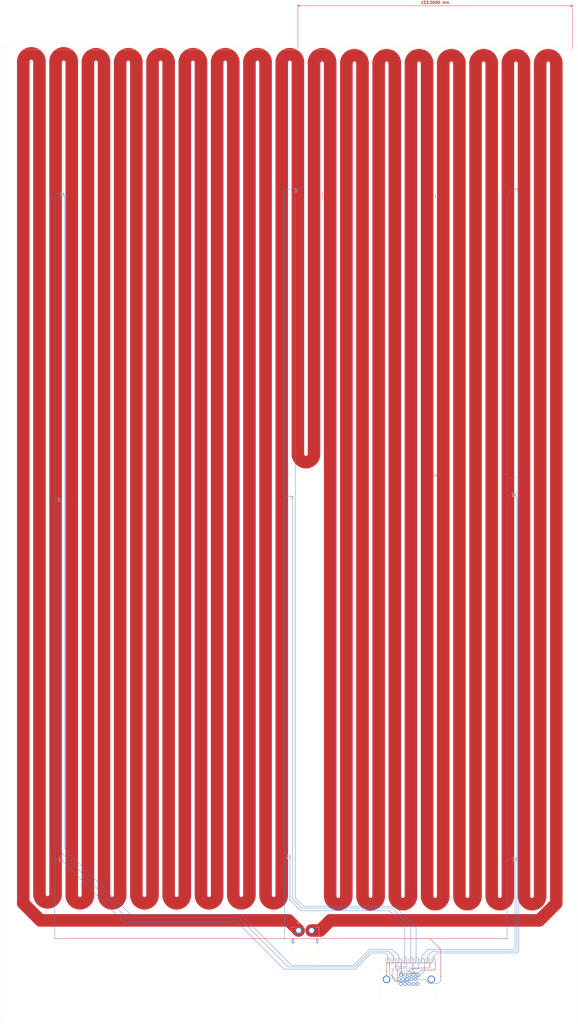
<source format=kicad_pcb>
(kicad_pcb (version 20241229) (generator "pcbnew") (generator_version "9.0")
  (layers (0 "F.Cu" signal) (2 "B.Cu" signal) (13 "F.Paste" user) (15 "B.Paste" user) (5 "F.SilkS" user "F.Silkscreen") (7 "B.SilkS" user "B.Silkscreen") (1 "F.Mask" user) (3 "B.Mask" user) (25 "Edge.Cuts" user))
  (net 0 "")
  (net 1 "24V")
  (net 3 "TH3")
  (net 4 "5V")
  (net 8 "TH7")
  (net 9 "GND")
  (net 10 "TH2")
  (net 11 "TH6")
  (net 12 "TH9")
  (net 13 "TH1")
  (net 14 "TH5")
  (net 15 "TH8")
  (net 16 "TH4")
  (net 17 "Return")
  (footprint "XT60PW-M:AMASS_XT60PW-M" (layer "F.Cu") (at 519.965 608 180)
    (property "Reference" "J1" (at -4.8236 -13.51498 0) (layer "F.SilkS") (effects (font (size 1.000441 1.000441))))
    (property "Value" "Conn_01x02_Pin")
    (fp_line (start 7.75 7.85) (end 7.75 -10.35) (stroke (width 0.127)) (layer "F.SilkS"))
    (fp_line (start 7.75 7.85) (end 5.778 7.85) (stroke (width 0.127)) (layer "F.SilkS"))
    (fp_line (start 7.75 -10.35) (end -7.75 -10.35) (stroke (width 0.127)) (layer "F.SilkS"))
    (fp_line (start 5.08 10.16) (end 3.81 10.16) (stroke (width 0.127)) (layer "F.SilkS"))
    (fp_line (start 3.81 10.16) (end 3.81 11.43) (stroke (width 0.127)) (layer "F.SilkS"))
    (fp_line (start 3.81 10.16) (end 3.81 8.89) (stroke (width 0.127)) (layer "F.SilkS"))
    (fp_line (start 2.54 10.16) (end 3.81 10.16) (stroke (width 0.127)) (layer "F.SilkS"))
    (fp_line (start -1.422 7.85) (end 1.422 7.85) (stroke (width 0.127)) (layer "F.SilkS"))
    (fp_line (start -7.75 7.85) (end -5.778 7.85) (stroke (width 0.127)) (layer "F.SilkS"))
    (fp_line (start -7.75 -10.35) (end -7.75 7.85) (stroke (width 0.127)) (layer "F.SilkS"))
    (pad "1" thru_hole rect (at 3.6 6 180) (size 3.716 3.716) (drill 2.7) (layers "*.Cu" "*.Mask") (net 1 "24V"))
    (pad "2" thru_hole circle (at -3.6 6 180) (size 3.716 3.716) (drill 2.7) (layers "*.Cu" "*.Mask") (net 17 "Return"))
    (pad "S1" thru_hole oval (at 6.75 0 180) (size 1.2 2.4) (drill oval 0.6 1.7) (layers "*.Cu" "*.Mask"))
    (pad "S2" thru_hole oval (at -6.75 0 180) (size 1.2 2.4) (drill oval 0.6 1.7) (layers "*.Cu" "*.Mask"))
  )
  (footprint "10090926_P154XLF:AMPHENOL_10090926-P154XLF" (layer "F.Cu") (at 577.81 629.19)
    (property "Reference" "J5" (at -15.99 -5.5 0) (layer "F.SilkS"))
    (property "Value" "10090926-P154XLF")
    (fp_line (start -15.405 -4.77) (end 15.405 -4.77) (stroke (width 0.127)) (layer "F.SilkS"))
    (fp_line (start -15.405 11.43) (end -15.405 -4.77) (stroke (width 0.127)) (layer "F.SilkS"))
    (fp_line (start 15.405 -4.77) (end 15.405 11.43) (stroke (width 0.127)) (layer "F.SilkS"))
    (fp_circle (center -4.465 -5.5) (end -4.365 -5.5) (stroke (width 0.2)) (fill no) (layer "F.SilkS"))
    (pad "1" thru_hole rect (at -4.33 -2.54) (size 1.95 1.95) (drill 1.3) (layers "*.Cu" "*.Mask") (net 13 "TH1"))
    (pad "2" thru_hole circle (at -2.04 -2.54) (size 1.95 1.95) (drill 1.3) (layers "*.Cu" "*.Mask") (net 10 "TH2"))
    (pad "3" thru_hole circle (at 0.25 -2.54) (size 1.95 1.95) (drill 1.3) (layers "*.Cu" "*.Mask") (net 3 "TH3"))
    (pad "4" thru_hole circle (at 2.54 -2.54) (size 1.95 1.95) (drill 1.3) (layers "*.Cu" "*.Mask") (net 16 "TH4"))
    (pad "5" thru_hole circle (at 4.83 -2.54) (size 1.95 1.95) (drill 1.3) (layers "*.Cu" "*.Mask") (net 14 "TH5"))
    (pad "6" thru_hole circle (at -5.47 0) (size 1.95 1.95) (drill 1.3) (layers "*.Cu" "*.Mask") (net 11 "TH6"))
    (pad "7" thru_hole circle (at -3.18 0) (size 1.95 1.95) (drill 1.3) (layers "*.Cu" "*.Mask") (net 8 "TH7"))
    (pad "8" thru_hole circle (at -0.89 0) (size 1.95 1.95) (drill 1.3) (layers "*.Cu" "*.Mask") (net 15 "TH8"))
    (pad "9" thru_hole circle (at 1.4 0) (size 1.95 1.95) (drill 1.3) (layers "*.Cu" "*.Mask") (net 12 "TH9"))
    (pad "10" thru_hole circle (at 3.69 0) (size 1.95 1.95) (drill 1.3) (layers "*.Cu" "*.Mask") (net 4 "5V"))
    (pad "11" thru_hole circle (at -4.33 2.54) (size 1.95 1.95) (drill 1.3) (layers "*.Cu" "*.Mask") (net 9 "GND"))
    (pad "12" thru_hole circle (at -2.04 2.54) (size 1.95 1.95) (drill 1.3) (layers "*.Cu" "*.Mask"))
    (pad "13" thru_hole circle (at 0.25 2.54) (size 1.95 1.95) (drill 1.3) (layers "*.Cu" "*.Mask"))
    (pad "14" thru_hole circle (at 2.54 2.54) (size 1.95 1.95) (drill 1.3) (layers "*.Cu" "*.Mask"))
    (pad "15" thru_hole circle (at 4.83 2.54) (size 1.95 1.95) (drill 1.3) (layers "*.Cu" "*.Mask"))
    (pad "S1" thru_hole circle (at -12.49 0) (size 4.216 4.216) (drill 3.2) (layers "*.Cu" "*.Mask") (net 9 "GND"))
    (pad "S2" thru_hole circle (at 12.5 0) (size 4.216 4.216) (drill 3.2) (layers "*.Cu" "*.Mask") (net 9 "GND"))
  )
  (footprint "Resistor_SMD:R_0402_1005Metric" (layer "B.Cu") (at 637.5 562.304998 -90)
    (property "Reference" "TH7" (at 0 1.17 90) (layer "B.SilkS") (effects (justify mirror)))
    (property "Value" "Thermistor_NTC")
    (fp_line (start -0.153641 0.38) (end 0.153641 0.38) (stroke (width 0.12)) (layer "B.SilkS"))
    (fp_line (start -0.153641 -0.38) (end 0.153641 -0.38) (stroke (width 0.12)) (layer "B.SilkS"))
    (pad "1" smd roundrect (at -0.51 0 270) (size 0.54 0.64) (layers "B.Cu" "B.Mask" "B.Paste") (net 4 "5V"))
    (pad "2" smd roundrect (at 0.51 0 270) (size 0.54 0.64) (layers "B.Cu" "B.Mask" "B.Paste") (net 8 "TH7"))
  )
  (footprint "Resistor_SMD:R_0402_1005Metric" (layer "B.Cu") (at 516 190 -90)
    (property "Reference" "TH2" (at 0 1.17 90) (layer "B.SilkS") (effects (justify mirror)))
    (property "Value" "Thermistor_NTC")
    (fp_line (start -0.153641 0.38) (end 0.153641 0.38) (stroke (width 0.12)) (layer "B.SilkS"))
    (fp_line (start -0.153641 -0.38) (end 0.153641 -0.38) (stroke (width 0.12)) (layer "B.SilkS"))
    (pad "1" smd roundrect (at -0.51 0 270) (size 0.54 0.64) (layers "B.Cu" "B.Mask" "B.Paste") (net 4 "5V"))
    (pad "2" smd roundrect (at 0.51 0 270) (size 0.54 0.64) (layers "B.Cu" "B.Mask" "B.Paste") (net 10 "TH2"))
  )
  (footprint "Resistor_SMD:R_0201_0603Metric" (layer "B.Cu") (at 569.135 618.345 -90)
    (property "Reference" "R8" (at 0 1.05 90) (layer "B.SilkS") (effects (justify mirror)))
    (property "Value" "6.8k")
    (pad "1" smd roundrect (at -0.32 0 270) (size 0.46 0.4) (layers "B.Cu" "B.Mask") (net 16 "TH4"))
    (pad "2" smd roundrect (at 0.32 0 270) (size 0.46 0.4) (layers "B.Cu" "B.Mask") (net 9 "GND"))
  )
  (footprint "Resistor_SMD:R_0402_1005Metric" (layer "B.Cu") (at 511.5 561 -90)
    (property "Reference" "TH8" (at 0 1.17 90) (layer "B.SilkS") (effects (justify mirror)))
    (property "Value" "Thermistor_NTC")
    (fp_line (start -0.153641 0.38) (end 0.153641 0.38) (stroke (width 0.12)) (layer "B.SilkS"))
    (fp_line (start -0.153641 -0.38) (end 0.153641 -0.38) (stroke (width 0.12)) (layer "B.SilkS"))
    (pad "1" smd roundrect (at -0.51 0 270) (size 0.54 0.64) (layers "B.Cu" "B.Mask" "B.Paste") (net 4 "5V"))
    (pad "2" smd roundrect (at 0.51 0 270) (size 0.54 0.64) (layers "B.Cu" "B.Mask" "B.Paste") (net 15 "TH8"))
  )
  (footprint "Resistor_SMD:R_0402_1005Metric" (layer "B.Cu") (at 637 359.5 -90)
    (property "Reference" "TH6" (at 0 1.17 90) (layer "B.SilkS") (effects (justify mirror)))
    (property "Value" "Thermistor_NTC")
    (fp_line (start -0.153641 0.38) (end 0.153641 0.38) (stroke (width 0.12)) (layer "B.SilkS"))
    (fp_line (start -0.153641 -0.38) (end 0.153641 -0.38) (stroke (width 0.12)) (layer "B.SilkS"))
    (pad "1" smd roundrect (at -0.51 0 270) (size 0.54 0.64) (layers "B.Cu" "B.Mask" "B.Paste") (net 4 "5V"))
    (pad "2" smd roundrect (at 0.51 0 270) (size 0.54 0.64) (layers "B.Cu" "B.Mask" "B.Paste") (net 11 "TH6"))
  )
  (footprint "Resistor_SMD:R_0402_1005Metric" (layer "B.Cu") (at 384 362.4025 -90)
    (property "Reference" "TH4" (at 0 1.17 90) (layer "B.SilkS") (effects (justify mirror)))
    (property "Value" "Thermistor_NTC")
    (fp_line (start -0.153641 0.38) (end 0.153641 0.38) (stroke (width 0.12)) (layer "B.SilkS"))
    (fp_line (start -0.153641 -0.38) (end 0.153641 -0.38) (stroke (width 0.12)) (layer "B.SilkS"))
    (pad "1" smd roundrect (at -0.51 0 270) (size 0.54 0.64) (layers "B.Cu" "B.Mask" "B.Paste") (net 4 "5V"))
    (pad "2" smd roundrect (at 0.51 0 270) (size 0.54 0.64) (layers "B.Cu" "B.Mask" "B.Paste") (net 16 "TH4"))
  )
  (footprint "Resistor_SMD:R_0201_0603Metric" (layer "B.Cu") (at 581.8 618.345 -90)
    (property "Reference" "R4" (at 0 1.05 90) (layer "B.SilkS") (effects (justify mirror)))
    (property "Value" "6.8k")
    (pad "1" smd roundrect (at -0.32 0 270) (size 0.46 0.4) (layers "B.Cu" "B.Mask") (net 10 "TH2"))
    (pad "2" smd roundrect (at 0.32 0 270) (size 0.46 0.4) (layers "B.Cu" "B.Mask") (net 9 "GND"))
  )
  (footprint "Resistor_SMD:R_0201_0603Metric" (layer "B.Cu") (at 565.98 618.345 -90)
    (property "Reference" "R9" (at 0 1.05 90) (layer "B.SilkS") (effects (justify mirror)))
    (property "Value" "6.8k")
    (pad "1" smd roundrect (at -0.32 0 270) (size 0.46 0.4) (layers "B.Cu" "B.Mask") (net 12 "TH9"))
    (pad "2" smd roundrect (at 0.32 0 270) (size 0.46 0.4) (layers "B.Cu" "B.Mask") (net 9 "GND"))
  )
  (footprint "Resistor_SMD:R_0201_0603Metric" (layer "B.Cu") (at 578.8 618.345 -90)
    (property "Reference" "R5" (at 0 1.05 90) (layer "B.SilkS") (effects (justify mirror)))
    (property "Value" "6.8k")
    (pad "1" smd roundrect (at -0.32 0 270) (size 0.46 0.4) (layers "B.Cu" "B.Mask") (net 14 "TH5"))
    (pad "2" smd roundrect (at 0.32 0 270) (size 0.46 0.4) (layers "B.Cu" "B.Mask") (net 9 "GND"))
  )
  (footprint "Resistor_SMD:R_0201_0603Metric" (layer "B.Cu") (at 575.48 618.345 -90)
    (property "Reference" "R6" (at 0 1.05 90) (layer "B.SilkS") (effects (justify mirror)))
    (property "Value" "6.8k")
    (pad "1" smd roundrect (at -0.32 0 270) (size 0.46 0.4) (layers "B.Cu" "B.Mask") (net 15 "TH8"))
    (pad "2" smd roundrect (at 0.32 0 270) (size 0.46 0.4) (layers "B.Cu" "B.Mask") (net 9 "GND"))
  )
  (footprint "Resistor_SMD:R_0402_1005Metric" (layer "B.Cu") (at 513 361 -90)
    (property "Reference" "TH5" (at 0 1.17 90) (layer "B.SilkS") (effects (justify mirror)))
    (property "Value" "Thermistor_NTC")
    (fp_line (start -0.153641 0.38) (end 0.153641 0.38) (stroke (width 0.12)) (layer "B.SilkS"))
    (fp_line (start -0.153641 -0.38) (end 0.153641 -0.38) (stroke (width 0.12)) (layer "B.SilkS"))
    (pad "1" smd roundrect (at -0.51 0 270) (size 0.54 0.64) (layers "B.Cu" "B.Mask" "B.Paste") (net 4 "5V"))
    (pad "2" smd roundrect (at 0.51 0 270) (size 0.54 0.64) (layers "B.Cu" "B.Mask" "B.Paste") (net 14 "TH5"))
  )
  (footprint "Resistor_SMD:R_0402_1005Metric" (layer "B.Cu") (at 384.5 562.402498 -90)
    (property "Reference" "TH9" (at 0 1.17 90) (layer "B.SilkS") (effects (justify mirror)))
    (property "Value" "Thermistor_NTC")
    (fp_line (start -0.153641 0.38) (end 0.153641 0.38) (stroke (width 0.12)) (layer "B.SilkS"))
    (fp_line (start -0.153641 -0.38) (end 0.153641 -0.38) (stroke (width 0.12)) (layer "B.SilkS"))
    (pad "1" smd roundrect (at -0.51 0 270) (size 0.54 0.64) (layers "B.Cu" "B.Mask" "B.Paste") (net 4 "5V"))
    (pad "2" smd roundrect (at 0.51 0 270) (size 0.54 0.64) (layers "B.Cu" "B.Mask" "B.Paste") (net 12 "TH9"))
  )
  (footprint "Resistor_SMD:R_0402_1005Metric" (layer "B.Cu") (at 385.5 192.304998 -90)
    (property "Reference" "TH1" (at 0 1.17 90) (layer "B.SilkS") (effects (justify mirror)))
    (property "Value" "Thermistor_NTC")
    (fp_line (start -0.153641 0.38) (end 0.153641 0.38) (stroke (width 0.12)) (layer "B.SilkS"))
    (fp_line (start -0.153641 -0.38) (end 0.153641 -0.38) (stroke (width 0.12)) (layer "B.SilkS"))
    (pad "1" smd roundrect (at -0.51 0 270) (size 0.54 0.64) (layers "B.Cu" "B.Mask" "B.Paste") (net 4 "5V"))
    (pad "2" smd roundrect (at 0.51 0 270) (size 0.54 0.64) (layers "B.Cu" "B.Mask" "B.Paste") (net 13 "TH1"))
  )
  (footprint "Resistor_SMD:R_0201_0603Metric" (layer "B.Cu") (at 572.29 618.345 -90)
    (property "Reference" "R7" (at 0 1.05 90) (layer "B.SilkS") (effects (justify mirror)))
    (property "Value" "6.8k")
    (pad "1" smd roundrect (at -0.32 0 270) (size 0.46 0.4) (layers "B.Cu" "B.Mask") (net 13 "TH1"))
    (pad "2" smd roundrect (at 0.32 0 270) (size 0.46 0.4) (layers "B.Cu" "B.Mask") (net 9 "GND"))
  )
  (footprint "Resistor_SMD:R_0201_0603Metric" (layer "B.Cu") (at 584.98 618.345 -90)
    (property "Reference" "R3" (at 0 1.05 90) (layer "B.SilkS") (effects (justify mirror)))
    (property "Value" "6.8k")
    (pad "1" smd roundrect (at -0.32 0 270) (size 0.46 0.4) (layers "B.Cu" "B.Mask") (net 8 "TH7"))
    (pad "2" smd roundrect (at 0.32 0 270) (size 0.46 0.4) (layers "B.Cu" "B.Mask") (net 9 "GND"))
  )
  (footprint "Resistor_SMD:R_0201_0603Metric" (layer "B.Cu") (at 591.3 618.345 -90)
    (property "Reference" "R1" (at 0 1.05 90) (layer "B.SilkS") (effects (justify mirror)))
    (property "Value" "6.8k")
    (pad "1" smd roundrect (at -0.32 0 270) (size 0.46 0.4) (layers "B.Cu" "B.Mask") (net 3 "TH3"))
    (pad "2" smd roundrect (at 0.32 0 270) (size 0.46 0.4) (layers "B.Cu" "B.Mask") (net 9 "GND"))
  )
  (footprint "Resistor_SMD:R_0402_1005Metric" (layer "B.Cu") (at 638.5 190 -90)
    (property "Reference" "TH3" (at 0 1.17 90) (layer "B.SilkS") (effects (justify mirror)))
    (property "Value" "Thermistor_NTC")
    (fp_line (start -0.153641 0.38) (end 0.153641 0.38) (stroke (width 0.12)) (layer "B.SilkS"))
    (fp_line (start -0.153641 -0.38) (end 0.153641 -0.38) (stroke (width 0.12)) (layer "B.SilkS"))
    (pad "1" smd roundrect (at -0.51 0 270) (size 0.54 0.64) (layers "B.Cu" "B.Mask" "B.Paste") (net 4 "5V"))
    (pad "2" smd roundrect (at 0.51 0 270) (size 0.54 0.64) (layers "B.Cu" "B.Mask" "B.Paste") (net 3 "TH3"))
  )
  (footprint "Resistor_SMD:R_0201_0603Metric" (layer "B.Cu") (at 588.16 618.345 -90)
    (property "Reference" "R2" (at 0 1.05 90) (layer "B.SilkS") (effects (justify mirror)))
    (property "Value" "6.8k")
    (pad "1" smd roundrect (at -0.32 0 270) (size 0.46 0.4) (layers "B.Cu" "B.Mask") (net 11 "TH6"))
    (pad "2" smd roundrect (at 0.32 0 270) (size 0.46 0.4) (layers "B.Cu" "B.Mask") (net 9 "GND"))
  )
  (gr_arc (start 560.95 119.38) (mid 565.45 114.88) (end 569.95 119.38) (stroke (width 7)) (layer "F.Cu") (net 1))
  (gr_arc (start 470.95 582.38) (mid 466.45 586.88) (end 461.95 582.38) (stroke (width 7)) (layer "F.Cu") (net 1))
  (gr_arc (start 380.95 118.88) (mid 385.45 114.38) (end 389.95 118.88) (stroke (width 7)) (layer "F.Cu") (net 1))
  (gr_arc (start 632.95 119.38) (mid 637.45 114.88) (end 641.95 119.38) (stroke (width 7)) (layer "F.Cu") (net 1))
  (gr_arc (start 524.95 118.88) (mid 529.45 114.38) (end 533.95 118.88) (stroke (width 7)) (layer "F.Cu") (net 1))
  (gr_arc (start 470.95 118.88) (mid 475.45 114.38) (end 479.95 118.88) (stroke (width 7)) (layer "F.Cu") (net 1))
  (gr_arc (start 488.95 118.88) (mid 493.45 114.38) (end 497.95 118.88) (stroke (width 7)) (layer "F.Cu") (net 1))
  (gr_arc (start 398.95 118.88) (mid 403.45 114.38) (end 407.95 118.88) (stroke (width 7)) (layer "F.Cu") (net 1))
  (gr_arc (start 632.95 119.38) (mid 637.45 114.88) (end 641.95 119.38) (stroke (width 7)) (layer "F.Cu") (net 1))
  (gr_arc (start 650.95 119.38) (mid 655.45 114.88) (end 659.95 119.38) (stroke (width 7)) (layer "F.Cu") (net 1))
  (gr_arc (start 560.95 582.88) (mid 556.45 587.38) (end 551.95 582.88) (stroke (width 7)) (layer "F.Cu") (net 1))
  (gr_arc (start 488.95 118.88) (mid 493.45 114.38) (end 497.95 118.88) (stroke (width 7)) (layer "F.Cu") (net 1))
  (gr_arc (start 434.95 118.88) (mid 439.45 114.38) (end 443.95 118.88) (stroke (width 7)) (layer "F.Cu") (net 1))
  (gr_arc (start 380.95 581.88) (mid 376.45 586.38) (end 371.95 581.88) (stroke (width 7)) (layer "F.Cu") (net 1))
  (gr_arc (start 362.95 118.38) (mid 367.45 113.88) (end 371.95 118.38) (stroke (width 7)) (layer "F.Cu") (net 1))
  (gr_arc (start 416.95 118.88) (mid 421.45 114.38) (end 425.95 118.88) (stroke (width 7)) (layer "F.Cu") (net 1))
  (gr_arc (start 416.95 582.38) (mid 412.45 586.88) (end 407.95 582.38) (stroke (width 7)) (layer "F.Cu") (net 1))
  (gr_arc (start 614.95 582.88) (mid 610.45 587.38) (end 605.95 582.88) (stroke (width 7)) (layer "F.Cu") (net 1))
  (gr_arc (start 398.95 582.38) (mid 394.45 586.88) (end 389.95 582.38) (stroke (width 7)) (layer "F.Cu") (net 1))
  (gr_arc (start 380.95 118.38) (mid 385.45 113.88) (end 389.95 118.38) (stroke (width 7)) (layer "F.Cu") (net 1))
  (gr_arc (start 434.95 118.88) (mid 439.45 114.38) (end 443.95 118.88) (stroke (width 7)) (layer "F.Cu") (net 1))
  (gr_arc (start 632.95 582.88) (mid 628.45 587.38) (end 623.95 582.88) (stroke (width 7)) (layer "F.Cu") (net 1))
  (gr_arc (start 506.95 118.88) (mid 511.45 114.38) (end 515.95 118.88) (stroke (width 7)) (layer "F.Cu") (net 1))
  (gr_arc (start 506.95 582.38) (mid 502.45 586.88) (end 497.95 582.38) (stroke (width 7)) (layer "F.Cu") (net 1))
  (gr_arc (start 578.95 582.88) (mid 574.45 587.38) (end 569.95 582.88) (stroke (width 7)) (layer "F.Cu") (net 1))
  (gr_arc (start 614.95 119.38) (mid 619.45 114.88) (end 623.95 119.38) (stroke (width 7)) (layer "F.Cu") (net 1))
  (gr_arc (start 434.95 582.38) (mid 430.45 586.88) (end 425.95 582.38) (stroke (width 7)) (layer "F.Cu") (net 1))
  (gr_arc (start 524.95 119.38) (mid 529.45 114.88) (end 533.95 119.38) (stroke (width 7)) (layer "F.Cu") (net 1))
  (gr_arc (start 542.95 119.38) (mid 547.45 114.88) (end 551.95 119.38) (stroke (width 7)) (layer "F.Cu") (net 1))
  (gr_arc (start 542.95 582.88) (mid 538.45 587.38) (end 533.95 582.88) (stroke (width 7)) (layer "F.Cu") (net 1))
  (gr_arc (start 542.95 119.38) (mid 547.45 114.88) (end 551.95 119.38) (stroke (width 7)) (layer "F.Cu") (net 1))
  (gr_arc (start 452.95 582.38) (mid 448.45 586.88) (end 443.95 582.38) (stroke (width 7)) (layer "F.Cu") (net 1))
  (gr_arc (start 398.95 118.88) (mid 403.45 114.38) (end 407.95 118.88) (stroke (width 7)) (layer "F.Cu") (net 1))
  (gr_arc (start 578.95 119.38) (mid 583.45 114.88) (end 587.95 119.38) (stroke (width 7)) (layer "F.Cu") (net 1))
  (gr_arc (start 578.95 119.38) (mid 583.45 114.88) (end 587.95 119.38) (stroke (width 7)) (layer "F.Cu") (net 1))
  (gr_arc (start 452.95 118.88) (mid 457.45 114.38) (end 461.95 118.88) (stroke (width 7)) (layer "F.Cu") (net 1))
  (gr_arc (start 470.95 118.88) (mid 475.45 114.38) (end 479.95 118.88) (stroke (width 7)) (layer "F.Cu") (net 1))
  (gr_arc (start 416.95 118.88) (mid 421.45 114.38) (end 425.95 118.88) (stroke (width 7)) (layer "F.Cu") (net 1))
  (gr_arc (start 596.95 582.88) (mid 592.45 587.38) (end 587.95 582.88) (stroke (width 7)) (layer "F.Cu") (net 1))
  (gr_arc (start 488.95 582.38) (mid 484.45 586.88) (end 479.95 582.38) (stroke (width 7)) (layer "F.Cu") (net 1))
  (gr_arc (start 506.95 118.88) (mid 511.45 114.38) (end 515.95 118.88) (stroke (width 7)) (layer "F.Cu") (net 1))
  (gr_arc (start 524.95 336.88) (mid 520.45 341.38) (end 515.95 336.88) (stroke (width 7)) (layer "F.Cu") (net 1))
  (gr_arc (start 452.95 118.88) (mid 457.45 114.38) (end 461.95 118.88) (stroke (width 7)) (layer "F.Cu") (net 1))
  (gr_arc (start 596.95 119.38) (mid 601.45 114.88) (end 605.95 119.38) (stroke (width 7)) (layer "F.Cu") (net 1))
  (gr_arc (start 560.95 119.38) (mid 565.45 114.88) (end 569.95 119.38) (stroke (width 7)) (layer "F.Cu") (net 1))
  (gr_arc (start 614.95 119.38) (mid 619.45 114.88) (end 623.95 119.38) (stroke (width 7)) (layer "F.Cu") (net 1))
  (gr_arc (start 596.95 119.38) (mid 601.45 114.88) (end 605.95 119.38) (stroke (width 7)) (layer "F.Cu") (net 1))
  (gr_arc (start 650.95 119.38) (mid 655.45 114.88) (end 659.95 119.38) (stroke (width 7)) (layer "F.Cu") (net 1))
  (gr_arc (start 650.95 582.88) (mid 646.45 587.38) (end 641.95 582.88) (stroke (width 7)) (layer "F.Cu") (net 1))
  (gr_line (start 668.95 111.88) (end 362.95 111.88) (stroke (width 0.1)) (layer "F.SilkS"))
  (gr_rect (start 350 110) (end 672 654) (stroke (width 0.05)) (fill no) (layer "Edge.Cuts"))
  (dimension (type aligned) (layer "F.Cu") (pts (xy 668.95 111.88) (xy 515.95 111.88)) (height 24.499999) (format (prefix "") (suffix "") (units 3) (units_format 1) (precision 4)) (style (thickness 0.2) (arrow_length 1.27) (text_position_mode 0) (arrow_direction outward) (extension_height 0.58642) (extension_offset 0.5) (keep_text_aligned yes)) (gr_text "153.0000 mm" (at 592.45 85.580001 0) (layer "F.Cu") (effects (font (size 1.5 1.5) (thickness 0.3)))))
  (segment (start 641.95 582.88) (end 641.95 119.88) (width 7) (layer "F.Cu") (net 1))
  (segment (start 425.95 582.38) (end 425.95 119.38) (width 7) (layer "F.Cu") (net 1))
  (segment (start 585 596.38) (end 534 596.38) (width 7) (layer "F.Cu") (net 1))
  (segment (start 380.95 581.88) (end 380.95 118.88) (width 7) (layer "F.Cu") (net 1))
  (segment (start 614.95 582.88) (end 614.95 119.88) (width 7) (layer "F.Cu") (net 1))
  (segment (start 578.95 582.88) (end 578.95 119.88) (width 7) (layer "F.Cu") (net 1))
  (segment (start 605.95 582.88) (end 605.95 119.88) (width 7) (layer "F.Cu") (net 1))
  (segment (start 372.45 596.38) (end 510.745 596.38) (width 7) (layer "F.Cu") (net 1))
  (segment (start 528.38 602) (end 523.565 602) (width 7) (layer "F.Cu") (net 1))
  (segment (start 479.95 582.38) (end 479.95 119.38) (width 7) (layer "F.Cu") (net 1))
  (segment (start 362.95 586.88) (end 372.45 596.38) (width 7) (layer "F.Cu") (net 1))
  (segment (start 461.95 582.38) (end 461.95 119.38) (width 7) (layer "F.Cu") (net 1))
  (segment (start 434.95 582.38) (end 434.95 119.38) (width 7) (layer "F.Cu") (net 1))
  (segment (start 569.95 582.88) (end 569.95 119.88) (width 7) (layer "F.Cu") (net 1))
  (segment (start 506.95 582.38) (end 506.95 119.38) (width 7) (layer "F.Cu") (net 1))
  (segment (start 452.95 582.38) (end 452.95 119.38) (width 7) (layer "F.Cu") (net 1))
  (segment (start 560.95 582.88) (end 560.95 119.88) (width 7) (layer "F.Cu") (net 1))
  (segment (start 362.95 118.88) (end 362.95 586.88) (width 7) (layer "F.Cu") (net 1))
  (segment (start 659.95 584.88) (end 659.95 120.88) (width 7) (layer "F.Cu") (net 1))
  (segment (start 510.745 596.38) (end 516.365 602) (width 7) (layer "F.Cu") (net 1))
  (segment (start 524.95 119.38) (end 524.95 336.38) (width 7) (layer "F.Cu") (net 1))
  (segment (start 650.95 582.88) (end 650.95 119.88) (width 7) (layer "F.Cu") (net 1))
  (segment (start 443.95 582.38) (end 443.95 119.38) (width 7) (layer "F.Cu") (net 1))
  (segment (start 533.95 582.88) (end 533.95 119.88) (width 7) (layer "F.Cu") (net 1))
  (segment (start 497.95 582.38) (end 497.95 119.38) (width 7) (layer "F.Cu") (net 1))
  (segment (start 650.45 596.38) (end 585 596.38) (width 7) (layer "F.Cu") (net 1))
  (segment (start 371.95 581.88) (end 371.95 118.88) (width 7) (layer "F.Cu") (net 1))
  (segment (start 488.95 582.38) (end 488.95 119.38) (width 7) (layer "F.Cu") (net 1))
  (segment (start 398.95 582.38) (end 398.95 119.38) (width 7) (layer "F.Cu") (net 1))
  (segment (start 516.365 602) (end 517.635 602) (width 0.2) (layer "F.Cu") (net 1))
  (segment (start 659.95 586.88) (end 650.45 596.38) (width 7) (layer "F.Cu") (net 1))
  (segment (start 551.95 582.88) (end 551.95 119.88) (width 7) (layer "F.Cu") (net 1))
  (segment (start 596.95 582.88) (end 596.95 119.88) (width 7) (layer "F.Cu") (net 1))
  (segment (start 632.95 582.88) (end 632.95 119.88) (width 7) (layer "F.Cu") (net 1))
  (segment (start 587.95 582.88) (end 587.95 119.88) (width 7) (layer "F.Cu") (net 1))
  (segment (start 416.95 582.38) (end 416.95 119.38) (width 7) (layer "F.Cu") (net 1))
  (segment (start 534 596.38) (end 528.38 602) (width 7) (layer "F.Cu") (net 1))
  (segment (start 515.95 118.88) (end 515.95 336.38) (width 7) (layer "F.Cu") (net 1))
  (segment (start 470.95 582.38) (end 470.95 119.38) (width 7) (layer "F.Cu") (net 1))
  (segment (start 523.565 602) (end 523.985 602) (width 0.2) (layer "F.Cu") (net 1))
  (segment (start 407.95 582.38) (end 407.95 119.38) (width 7) (layer "F.Cu") (net 1))
  (segment (start 389.95 582.38) (end 389.95 119.38) (width 7) (layer "F.Cu") (net 1))
  (segment (start 623.95 582.88) (end 623.95 119.88) (width 7) (layer "F.Cu") (net 1))
  (segment (start 542.95 582.88) (end 542.95 119.88) (width 7) (layer "F.Cu") (net 1))
  (segment (start 592 624) (end 585.5 624) (width 0.2) (layer "F.Cu") (net 3))
  (segment (start 592.5 621) (end 592.5 623.5) (width 0.2) (layer "F.Cu") (net 3))
  (segment (start 592.5 623.5) (end 592 624) (width 0.2) (layer "F.Cu") (net 3))
  (via (at 592.5 621) (size 0.6) (drill 0.3) (layers "F.Cu" "B.Cu") (net 3))
  (via (at 585.5 624) (size 0.6) (drill 0.3) (layers "F.Cu" "B.Cu") (net 3))
  (segment (start 638.1342 614.5) (end 593.5 614.5) (width 0.2) (layer "B.Cu") (net 3))
  (segment (start 591.3 616.7) (end 591.3 617) (width 0.2) (layer "B.Cu") (net 3))
  (segment (start 585 624) (end 585.5 624) (width 0.2) (layer "B.Cu") (net 3))
  (segment (start 579.336 625.374) (end 583.626 625.374) (width 0.2) (layer "B.Cu") (net 3))
  (segment (start 593.5 614.5) (end 591.3 616.7) (width 0.2) (layer "B.Cu") (net 3))
  (segment (start 591.3 617) (end 591.3 618.025) (width 0.2) (layer "B.Cu") (net 3))
  (segment (start 638.5 190.51) (end 639 191.01) (width 0.2) (layer "B.Cu") (net 3))
  (segment (start 639 191.01) (end 639 613.6342) (width 0.2) (layer "B.Cu") (net 3))
  (segment (start 583.626 625.374) (end 585 624) (width 0.2) (layer "B.Cu") (net 3))
  (segment (start 639 613.6342) (end 638.1342 614.5) (width 0.2) (layer "B.Cu") (net 3))
  (segment (start 578.06 626.65) (end 579.336 625.374) (width 0.2) (layer "B.Cu") (net 3))
  (segment (start 592.5 621) (end 592.5 618.2) (width 0.2) (layer "B.Cu") (net 3))
  (segment (start 592.5 618.2) (end 591.3 617) (width 0.2) (layer "B.Cu") (net 3))
  (segment (start 508.501 606.499) (end 508.5 606.5) (width 0.2) (layer "F.Cu") (net 4))
  (segment (start 595.5 612.5) (end 589.499 606.499) (width 0.2) (layer "F.Cu") (net 4))
  (segment (start 508.499 606.499) (end 380.5 606.499) (width 0.2) (layer "F.Cu") (net 4))
  (segment (start 589.499 606.499) (end 574.499 606.499) (width 0.2) (layer "F.Cu") (net 4))
  (segment (start 595.5 627.5) (end 595.5 612.5) (width 0.2) (layer "F.Cu") (net 4))
  (segment (start 574.499 606.499) (end 508.501 606.499) (width 0.2) (layer "F.Cu") (net 4))
  (segment (start 508.5 606.5) (end 508.499 606.499) (width 0.2) (layer "F.Cu") (net 4))
  (segment (start 574.499 606.499) (end 632.5 606.499) (width 0.2) (layer "F.Cu") (net 4))
  (via (at 380.5 606.499) (size 0.6) (drill 0.3) (layers "F.Cu" "B.Cu") (net 4))
  (via (at 595.5 627.5) (size 0.6) (drill 0.3) (layers "F.Cu" "B.Cu") (net 4))
  (via (at 508.5 606.5) (size 0.6) (drill 0.3) (layers "F.Cu" "B.Cu") (net 4))
  (via (at 632.5 606.499) (size 0.6) (drill 0.3) (layers "F.Cu" "B.Cu") (net 4))
  (segment (start 382.6075 361.8925) (end 384 361.8925) (width 0.2) (layer "B.Cu") (net 4))
  (segment (start 508.5 189.5) (end 513 189.5) (width 0.2) (layer "B.Cu") (net 4))
  (segment (start 381.705002 191.794998) (end 385.5 191.794998) (width 0.2) (layer "B.Cu") (net 4))
  (segment (start 508.51 360.49) (end 513 360.49) (width 0.2) (layer "B.Cu") (net 4))
  (segment (start 380.5 606.499) (end 380.5 563) (width 0.2) (layer "B.Cu") (net 4))
  (segment (start 586.903159 629.19) (end 589.312159 631.599) (width 0.2) (layer "B.Cu") (net 4))
  (segment (start 593.901 631.599) (end 595.5 630) (width 0.2) (layer "B.Cu") (net 4))
  (segment (start 634.01 358.99) (end 632.5 360.5) (width 0.2) (layer "B.Cu") (net 4))
  (segment (start 632.5 194.5) (end 632.5 193) (width 0.2) (layer "B.Cu") (net 4))
  (segment (start 632.5 194.5) (end 632.5 350) (width 0.2) (layer "B.Cu") (net 4))
  (segment (start 508.5 360.5) (end 508.5 189.5) (width 0.2) (layer "B.Cu") (net 4))
  (segment (start 380.5 563) (end 380.5 363.5) (width 0.2) (layer "B.Cu") (net 4))
  (segment (start 632.5 565) (end 632.5 563) (width 0.2) (layer "B.Cu") (net 4))
  (segment (start 380.5 363.5) (end 381 363.5) (width 0.2) (layer "B.Cu") (net 4))
  (segment (start 380.5 363.5) (end 380.5 193) (width 0.2) (layer "B.Cu") (net 4))
  (segment (start 633.705002 561.794998) (end 637.5 561.794998) (width 0.2) (layer "B.Cu") (net 4))
  (segment (start 382.107502 561.892498) (end 384.5 561.892498) (width 0.2) (layer "B.Cu") (net 4))
  (segment (start 632.5 565) (end 632.5 360.5) (width 0.2) (layer "B.Cu") (net 4))
  (segment (start 637 358.99) (end 634.01 358.99) (width 0.2) (layer "B.Cu") (net 4))
  (segment (start 380.5 193) (end 381.705002 191.794998) (width 0.2) (layer "B.Cu") (net 4))
  (segment (start 508.5 606.5) (end 508.5 360.5) (width 0.2) (layer "B.Cu") (net 4))
  (segment (start 589.312159 631.599) (end 593.901 631.599) (width 0.2) (layer "B.Cu") (net 4))
  (segment (start 632.5 563) (end 633.705002 561.794998) (width 0.2) (layer "B.Cu") (net 4))
  (segment (start 632.5 193) (end 636.01 189.49) (width 0.2) (layer "B.Cu") (net 4))
  (segment (start 508.5 360.5) (end 508.51 360.49) (width 0.2) (layer "B.Cu") (net 4))
  (segment (start 381 563) (end 382.107502 561.892498) (width 0.2) (layer "B.Cu") (net 4))
  (segment (start 581.5 629.19) (end 586.903159 629.19) (width 0.2) (layer "B.Cu") (net 4))
  (segment (start 595.5 630) (end 595.5 627.5) (width 0.2) (layer "B.Cu") (net 4))
  (segment (start 636.01 189.49) (end 638.5 189.49) (width 0.2) (layer "B.Cu") (net 4))
  (segment (start 513.01 189.49) (end 516 189.49) (width 0.2) (layer "B.Cu") (net 4))
  (segment (start 632.5 360.5) (end 632.5 194.5) (width 0.2) (layer "B.Cu") (net 4))
  (segment (start 381 363.5) (end 382.6075 361.8925) (width 0.2) (layer "B.Cu") (net 4))
  (segment (start 513 189.5) (end 513.01 189.49) (width 0.2) (layer "B.Cu") (net 4))
  (segment (start 632.5 606.499) (end 632.5 565) (width 0.2) (layer "B.Cu") (net 4))
  (segment (start 380.5 563) (end 381 563) (width 0.2) (layer "B.Cu") (net 4))
  (segment (start 632.5 350) (end 637.5 350) (width 0.2) (layer "B.Cu") (net 4))
  (segment (start 574.63 629.19) (end 574.144537 629.19) (width 0.2) (layer "F.Cu") (net 8))
  (segment (start 584.98 617) (end 584.98 618.025) (width 0.2) (layer "B.Cu") (net 8))
  (segment (start 578.681463 627.914) (end 579.809463 627.914) (width 0.2) (layer "B.Cu") (net 8))
  (segment (start 576.391463 627.914) (end 577.519463 627.914) (width 0.2) (layer "B.Cu") (net 8))
  (segment (start 579.821463 627.926) (end 580.959463 627.926) (width 0.2) (layer "B.Cu") (net 8))
  (segment (start 636 612.5) (end 588.748706 612.5) (width 0.2) (layer "B.Cu") (net 8))
  (segment (start 574.63 629.19) (end 575.115463 629.19) (width 0.2) (layer "B.Cu") (net 8))
  (segment (start 582.111463 627.926) (end 583.168537 627.926) (width 0.2) (layer "B.Cu") (net 8))
  (segment (start 586.5 618.52) (end 584.98 617) (width 0.2) (layer "B.Cu") (net 8))
  (segment (start 580.971463 627.914) (end 582.028537 627.914) (width 0.2) (layer "B.Cu") (net 8))
  (segment (start 575.115463 629.19) (end 576.391463 627.914) (width 0.2) (layer "B.Cu") (net 8))
  (segment (start 584.98 616.268706) (end 584.98 617) (width 0.2) (layer "B.Cu") (net 8))
  (segment (start 577.519463 627.914) (end 577.605463 628) (width 0.2) (layer "B.Cu") (net 8))
  (segment (start 588.748706 612.5) (end 584.98 616.268706) (width 0.2) (layer "B.Cu") (net 8))
  (segment (start 580.959463 627.926) (end 580.971463 627.914) (width 0.2) (layer "B.Cu") (net 8))
  (segment (start 582.028537 627.914) (end 582.076 627.961463) (width 0.2) (layer "B.Cu") (net 8))
  (segment (start 578.595463 628) (end 578.681463 627.914) (width 0.2) (layer "B.Cu") (net 8))
  (segment (start 582.076 627.961463) (end 582.111463 627.926) (width 0.2) (layer "B.Cu") (net 8))
  (segment (start 586.5 624.594537) (end 586.5 618.52) (width 0.2) (layer "B.Cu") (net 8))
  (segment (start 583.168537 627.926) (end 586.5 624.594537) (width 0.2) (layer "B.Cu") (net 8))
  (segment (start 579.809463 627.914) (end 579.821463 627.926) (width 0.2) (layer "B.Cu") (net 8))
  (segment (start 637.5 562.814998) (end 637 563.314998) (width 0.2) (layer "B.Cu") (net 8))
  (segment (start 577.605463 628) (end 578.595463 628) (width 0.2) (layer "B.Cu") (net 8))
  (segment (start 637 563.314998) (end 637 611.5) (width 0.2) (layer "B.Cu") (net 8))
  (segment (start 637 611.5) (end 636 612.5) (width 0.2) (layer "B.Cu") (net 8))
  (segment (start 565.32 620.18) (end 565.32 629.19) (width 0.2) (layer "F.Cu") (net 9))
  (segment (start 565.5 620) (end 565.32 620.18) (width 0.2) (layer "F.Cu") (net 9))
  (segment (start 590.5 620) (end 565.5 620) (width 0.2) (layer "F.Cu") (net 9))
  (segment (start 590.5 620) (end 590.31 620.19) (width 0.2) (layer "F.Cu") (net 9))
  (segment (start 590.31 629.19) (end 590.32 629.19) (width 0.2) (layer "F.Cu") (net 9))
  (via (at 587.5 620) (size 0.6) (drill 0.3) (layers "F.Cu" "B.Cu") (net 9))
  (via (at 584 620) (size 0.6) (drill 0.3) (layers "F.Cu" "B.Cu") (net 9))
  (via (at 565.5 620) (size 0.6) (drill 0.3) (layers "F.Cu" "B.Cu") (net 9))
  (via (at 578 620) (size 0.6) (drill 0.3) (layers "F.Cu" "B.Cu") (net 9))
  (via (at 590.5 620) (size 0.6) (drill 0.3) (layers "F.Cu" "B.Cu") (net 9))
  (via (at 571.5 620) (size 0.6) (drill 0.3) (layers "F.Cu" "B.Cu") (net 9))
  (via (at 575 620) (size 0.6) (drill 0.3) (layers "F.Cu" "B.Cu") (net 9))
  (via (at 568.5 620) (size 0.6) (drill 0.3) (layers "F.Cu" "B.Cu") (net 9))
  (via (at 581 620) (size 0.6) (drill 0.3) (layers "F.Cu" "B.Cu") (net 9))
  (segment (start 572.29 619.21) (end 571.5 620) (width 0.2) (layer "B.Cu") (net 9))
  (segment (start 588.16 619.34) (end 587.5 620) (width 0.2) (layer "B.Cu") (net 9))
  (segment (start 575.48 618.665) (end 575.48 619.52) (width 0.2) (layer "B.Cu") (net 9))
  (segment (start 581.8 618.665) (end 581.8 619.2) (width 0.2) (layer "B.Cu") (net 9))
  (segment (start 572.29 618.665) (end 572.29 619.21) (width 0.2) (layer "B.Cu") (net 9))
  (segment (start 565.98 619.52) (end 565.5 620) (width 0.2) (layer "B.Cu") (net 9))
  (segment (start 565.98 618.665) (end 565.98 619.52) (width 0.2) (layer "B.Cu") (net 9))
  (segment (start 591.3 618.665) (end 591.3 619.2) (width 0.2) (layer "B.Cu") (net 9))
  (segment (start 581.8 619.2) (end 581 620) (width 0.2) (layer "B.Cu") (net 9))
  (segment (start 578.8 618.665) (end 578.8 619.2) (width 0.2) (layer "B.Cu") (net 9))
  (segment (start 584.98 619.02) (end 584 620) (width 0.2) (layer "B.Cu") (net 9))
  (segment (start 578.8 619.2) (end 578 620) (width 0.2) (layer "B.Cu") (net 9))
  (segment (start 569.135 619.365) (end 568.5 620) (width 0.2) (layer "B.Cu") (net 9))
  (segment (start 569.135 618.665) (end 569.135 619.365) (width 0.2) (layer "B.Cu") (net 9))
  (segment (start 588.16 618.665) (end 588.16 619.34) (width 0.2) (layer "B.Cu") (net 9))
  (segment (start 591.3 619.2) (end 590.5 620) (width 0.2) (layer "B.Cu") (net 9))
  (segment (start 575.48 619.52) (end 575 620) (width 0.2) (layer "B.Cu") (net 9))
  (segment (start 584.98 618.665) (end 584.98 619.02) (width 0.2) (layer "B.Cu") (net 9))
  (segment (start 570 588.5) (end 581.8 600.3) (width 0.2) (layer "B.Cu") (net 10))
  (segment (start 514.5 192.01) (end 514.5 584) (width 0.2) (layer "B.Cu") (net 10))
  (segment (start 583 617.7) (end 583 623.5) (width 0.2) (layer "B.Cu") (net 10))
  (segment (start 578.92 623.5) (end 575.77 626.65) (width 0.2) (layer "B.Cu") (net 10))
  (segment (start 581.8 616.5) (end 581.8 618.025) (width 0.2) (layer "B.Cu") (net 10))
  (segment (start 581.8 600.3) (end 581.8 616.5) (width 0.2) (layer "B.Cu") (net 10))
  (segment (start 516 190.51) (end 514.5 192.01) (width 0.2) (layer "B.Cu") (net 10))
  (segment (start 581.8 616.5) (end 583 617.7) (width 0.2) (layer "B.Cu") (net 10))
  (segment (start 583 623.5) (end 578.92 623.5) (width 0.2) (layer "B.Cu") (net 10))
  (segment (start 514.5 584) (end 519 588.5) (width 0.2) (layer "B.Cu") (net 10))
  (segment (start 519 588.5) (end 570 588.5) (width 0.2) (layer "B.Cu") (net 10))
  (segment (start 589.101 622.899) (end 589.5 622.5) (width 0.2) (layer "F.Cu") (net 11))
  (segment (start 589.5 622.5) (end 589.5 621) (width 0.2) (layer "F.Cu") (net 11))
  (segment (start 580.899 622.899) (end 589.101 622.899) (width 0.2) (layer "F.Cu") (net 11))
  (via (at 580.899 622.899) (size 0.6) (drill 0.3) (layers "F.Cu" "B.Cu") (net 11))
  (via (at 589.5 621) (size 0.6) (drill 0.3) (layers "F.Cu" "B.Cu") (net 11))
  (segment (start 573.002 622.899) (end 580.899 622.899) (width 0.2) (layer "B.Cu") (net 11))
  (segment (start 573 622.901) (end 573.002 622.899) (width 0.2) (layer "B.Cu") (net 11))
  (segment (start 591 613.5) (end 588.16 616.34) (width 0.2) (layer "B.Cu") (net 11))
  (segment (start 573 622.901) (end 573.249057 622.901) (width 0.2) (layer "B.Cu") (net 11))
  (segment (start 588.16 617) (end 589.5 618.34) (width 0.2) (layer "B.Cu") (net 11))
  (segment (start 638.121 563.379) (end 638.121 561.344998) (width 0.2) (layer "B.Cu") (net 11))
  (segment (start 571.365 628.215) (end 571.365 623.635) (width 0.2) (layer "B.Cu") (net 11))
  (segment (start 638.121 561.344998) (end 638 561.223998) (width 0.2) (layer "B.Cu") (net 11))
  (segment (start 588.16 617) (end 588.16 618.025) (width 0.2) (layer "B.Cu") (net 11))
  (segment (start 572.34 629.19) (end 571.365 628.215) (width 0.2) (layer "B.Cu") (net 11))
  (segment (start 638 563.5) (end 638 612.5) (width 0.2) (layer "B.Cu") (net 11))
  (segment (start 638 612.5) (end 637 613.5) (width 0.2) (layer "B.Cu") (net 11))
  (segment (start 638 561.223998) (end 638 361.01) (width 0.2) (layer "B.Cu") (net 11))
  (segment (start 638 563.385998) (end 638 563.5) (width 0.2) (layer "B.Cu") (net 11))
  (segment (start 588.16 616.34) (end 588.16 617) (width 0.2) (layer "B.Cu") (net 11))
  (segment (start 637 613.5) (end 591 613.5) (width 0.2) (layer "B.Cu") (net 11))
  (segment (start 589.5 618.34) (end 589.5 621) (width 0.2) (layer "B.Cu") (net 11))
  (segment (start 638 563.5) (end 638.121 563.379) (width 0.2) (layer "B.Cu") (net 11))
  (segment (start 572.099 622.901) (end 573 622.901) (width 0.2) (layer "B.Cu") (net 11))
  (segment (start 571.365 623.635) (end 572.099 622.901) (width 0.2) (layer "B.Cu") (net 11))
  (segment (start 638 361.01) (end 637 360.01) (width 0.2) (layer "B.Cu") (net 11))
  (segment (start 578.724537 629.19) (end 579.21 629.19) (width 0.2) (layer "F.Cu") (net 12))
  (segment (start 574.089463 630.454) (end 574.101463 630.466) (width 0.2) (layer "F.Cu") (net 12))
  (segment (start 575.170537 630.454) (end 576.298537 630.454) (width 0.2) (layer "F.Cu") (net 12))
  (segment (start 575.158537 630.466) (end 575.170537 630.454) (width 0.2) (layer "F.Cu") (net 12))
  (segment (start 572.880537 630.454) (end 574.089463 630.454) (width 0.2) (layer "F.Cu") (net 12))
  (segment (start 592.95 349.5025) (end 592.9975 349.5025) (width 0.2) (layer "F.Cu") (net 12))
  (segment (start 574.101463 630.466) (end 575.158537 630.466) (width 0.2) (layer "F.Cu") (net 12))
  (segment (start 567 621) (end 567 626) (width 0.2) (layer "F.Cu") (net 12))
  (segment (start 593 349.5) (end 593 348.05) (width 0.2) (layer "F.Cu") (net 12))
  (segment (start 592.9975 349.5025) (end 593 349.5) (width 0.2) (layer "F.Cu") (net 12))
  (segment (start 579.21 629.19) (end 579.614537 629.19) (width 0.2) (layer "F.Cu") (net 12))
  (segment (start 572.868537 630.466) (end 572.880537 630.454) (width 0.2) (layer "F.Cu") (net 12))
  (segment (start 592.5 192.5) (end 592.5 194.5) (width 0.2) (layer "F.Cu") (net 12))
  (segment (start 576.298537 630.454) (end 576.310537 630.466) (width 0.2) (layer "F.Cu") (net 12))
  (segment (start 577.448537 630.466) (end 578.724537 629.19) (width 0.2) (layer "F.Cu") (net 12))
  (segment (start 571.466 630.466) (end 572.868537 630.466) (width 0.2) (layer "F.Cu") (net 12))
  (segment (start 576.310537 630.466) (end 577.448537 630.466) (width 0.2) (layer "F.Cu") (net 12))
  (segment (start 567 626) (end 571.466 630.466) (width 0.2) (layer "F.Cu") (net 12))
  (segment (start 593 348.05) (end 592.95 348) (width 0.2) (layer "F.Cu") (net 12))
  (via (at 567 621) (size 0.6) (drill 0.3) (layers "F.Cu" "B.Cu") (net 12))
  (segment (start 557 614.5) (end 564.5 614.5) (width 0.2) (layer "B.Cu") (net 12))
  (segment (start 508.136038 623.5) (end 548 623.5) (width 0.2) (layer "B.Cu") (net 12))
  (segment (start 384.5 562.912498) (end 419.087502 597.5) (width 0.2) (layer "B.Cu") (net 12))
  (segment (start 567 621) (end 567 618.02) (width 0.2) (layer "B.Cu") (net 12))
  (segment (start 482.136038 597.5) (end 508.136038 623.5) (width 0.2) (layer "B.Cu") (net 12))
  (segment (start 565.98 617) (end 565.98 618.025) (width 0.2) (layer "B.Cu") (net 12))
  (segment (start 567 618.02) (end 565.98 617) (width 0.2) (layer "B.Cu") (net 12))
  (segment (start 565.98 615.98) (end 565.98 617) (width 0.2) (layer "B.Cu") (net 12))
  (segment (start 548 623.5) (end 557 614.5) (width 0.2) (layer "B.Cu") (net 12))
  (segment (start 419.087502 597.5) (end 482.136038 597.5) (width 0.2) (layer "B.Cu") (net 12))
  (segment (start 564.5 614.5) (end 565.98 615.98) (width 0.2) (layer "B.Cu") (net 12))
  (segment (start 573.48 626.65) (end 573.48 625.12) (width 0.2) (layer "F.Cu") (net 13))
  (segment (start 573.5 621) (end 573.5 623.5) (width 0.2) (layer "F.Cu") (net 13))
  (segment (start 573.5 625.1) (end 573.5 625.401) (width 0.2) (layer "F.Cu") (net 13))
  (segment (start 573.48 625.12) (end 573.5 625.1) (width 0.2) (layer "F.Cu") (net 13))
  (via (at 573.5 621) (size 0.6) (drill 0.3) (layers "F.Cu" "B.Cu") (net 13))
  (via (at 573.5 623.5) (size 0.6) (drill 0.3) (layers "F.Cu" "B.Cu") (net 13))
  (via (at 573.5 625.1) (size 0.6) (drill 0.3) (layers "F.Cu" "B.Cu") (net 13))
  (segment (start 385.5 192.814998) (end 386 193.314998) (width 0.2) (layer "B.Cu") (net 13))
  (segment (start 484 593) (end 512.5 621.5) (width 0.2) (layer "B.Cu") (net 13))
  (segment (start 422.5 593) (end 484 593) (width 0.2) (layer "B.Cu") (net 13))
  (segment (start 547 621.5) (end 556 612.5) (width 0.2) (layer "B.Cu") (net 13))
  (segment (start 573.5 623.5) (end 573.5 625.1) (width 0.2) (layer "B.Cu") (net 13))
  (segment (start 512.5 621.5) (end 547 621.5) (width 0.2) (layer "B.Cu") (net 13))
  (segment (start 572.29 617) (end 572.29 618.025) (width 0.2) (layer "B.Cu") (net 13))
  (segment (start 573.5 618.21) (end 572.29 617) (width 0.2) (layer "B.Cu") (net 13))
  (segment (start 386 193.314998) (end 386 556.5) (width 0.2) (layer "B.Cu") (net 13))
  (segment (start 572.29 616.29) (end 572.29 617) (width 0.2) (layer "B.Cu") (net 13))
  (segment (start 573.5 621) (end 573.5 618.21) (width 0.2) (layer "B.Cu") (net 13))
  (segment (start 386 556.5) (end 422.5 593) (width 0.2) (layer "B.Cu") (net 13))
  (segment (start 556 612.5) (end 568.5 612.5) (width 0.2) (layer "B.Cu") (net 13))
  (segment (start 568.5 612.5) (end 572.29 616.29) (width 0.2) (layer "B.Cu") (net 13))
  (segment (start 582.15 626.65) (end 582.64 626.65) (width 0.2) (layer "F.Cu") (net 14))
  (segment (start 580.874 625.374) (end 580.878537 625.374) (width 0.2) (layer "F.Cu") (net 14))
  (segment (start 580.878537 625.374) (end 581.626 626.121463) (width 0.2) (layer "F.Cu") (net 14))
  (segment (start 581.626 626.121463) (end 581.626 626.126) (width 0.2) (layer "F.Cu") (net 14))
  (segment (start 580 624.5) (end 580.874 625.374) (width 0.2) (layer "F.Cu") (net 14))
  (segment (start 520.45 346.3625) (end 520.45 346.45) (width 0.2) (layer "F.Cu") (net 14))
  (segment (start 580 621) (end 580 624.5) (width 0.2) (layer "F.Cu") (net 14))
  (segment (start 581.626 626.126) (end 582.15 626.65) (width 0.2) (layer "F.Cu") (net 14))
  (segment (start 520.45 346.45) (end 520.5 346.5) (width 0.2) (layer "F.Cu") (net 14))
  (via (at 580 621) (size 0.6) (drill 0.3) (layers "F.Cu" "B.Cu") (net 14))
  (segment (start 568.4329 589.5) (end 578.8 599.8671) (width 0.2) (layer "B.Cu") (net 14))
  (segment (start 513 361.51) (end 513 584.5) (width 0.2) (layer "B.Cu") (net 14))
  (segment (start 518 589.5) (end 568.4329 589.5) (width 0.2) (layer "B.Cu") (net 14))
  (segment (start 580 621) (end 580 617.7) (width 0.2) (layer "B.Cu") (net 14))
  (segment (start 578.8 616.5) (end 578.8 618.025) (width 0.2) (layer "B.Cu") (net 14))
  (segment (start 578.8 599.8671) (end 578.8 616.5) (width 0.2) (layer "B.Cu") (net 14))
  (segment (start 513 584.5) (end 518 589.5) (width 0.2) (layer "B.Cu") (net 14))
  (segment (start 582.64 626.64) (end 582.64 626.65) (width 0.2) (layer "B.Cu") (net 14))
  (segment (start 580 617.7) (end 578.8 616.5) (width 0.2) (layer "B.Cu") (net 14))
  (segment (start 529.5 195) (end 529.5 195.05) (width 0.2) (layer "F.Cu") (net 15))
  (segment (start 529.5 191) (end 529.5 195) (width 0.2) (layer "F.Cu") (net 15))
  (segment (start 592 348) (end 592 349.5025) (width 0.2) (layer "F.Cu") (net 15))
  (segment (start 567 591) (end 575.48 599.48) (width 0.2) (layer "B.Cu") (net 15))
  (segment (start 574.008537 630.454) (end 574.020537 630.466) (width 0.2) (layer "B.Cu") (net 15))
  (segment (start 511.5 561.51) (end 511.5 585) (width 0.2) (layer "B.Cu") (net 15))
  (segment (start 575.48 616.5) (end 575.48 618.025) (width 0.2) (layer "B.Cu") (net 15))
  (segment (start 576.5 622) (end 570.5 622) (width 0.2) (layer "B.Cu") (net 15))
  (segment (start 575.158537 630.466) (end 576.434537 629.19) (width 0.2) (layer "B.Cu") (net 15))
  (segment (start 575.48 599.48) (end 575.48 616.5) (width 0.2) (layer "B.Cu") (net 15))
  (segment (start 576.434537 629.19) (end 576.92 629.19) (width 0.2) (layer "B.Cu") (net 15))
  (segment (start 570.466 630.466) (end 572.939463 630.466) (width 0.2) (layer "B.Cu") (net 15))
  (segment (start 572.951463 630.454) (end 574.008537 630.454) (width 0.2) (layer "B.Cu") (net 15))
  (segment (start 576.5 617.52) (end 576.5 622) (width 0.2) (layer "B.Cu") (net 15))
  (segment (start 570.5 622) (end 568.5 624) (width 0.2) (layer "B.Cu") (net 15))
  (segment (start 517.5 591) (end 567 591) (width 0.2) (layer "B.Cu") (net 15))
  (segment (start 511.5 585) (end 517.5 591) (width 0.2) (layer "B.Cu") (net 15))
  (segment (start 572.939463 630.466) (end 572.951463 630.454) (width 0.2) (layer "B.Cu") (net 15))
  (segment (start 568.5 628.5) (end 570.466 630.466) (width 0.2) (layer "B.Cu") (net 15))
  (segment (start 575.48 616.5) (end 576.5 617.52) (width 0.2) (layer "B.Cu") (net 15))
  (segment (start 568.5 624) (end 568.5 628.5) (width 0.2) (layer "B.Cu") (net 15))
  (segment (start 574.020537 630.466) (end 575.158537 630.466) (width 0.2) (layer "B.Cu") (net 15))
  (segment (start 578.2 624.5) (end 580.35 626.65) (width 0.2) (layer "F.Cu") (net 16))
  (segment (start 571.5 624.5) (end 578.2 624.5) (width 0.2) (layer "F.Cu") (net 16))
  (segment (start 570.5 621) (end 570.5 623.5) (width 0.2) (layer "F.Cu") (net 16))
  (segment (start 570.5 623.5) (end 571.5 624.5) (width 0.2) (layer "F.Cu") (net 16))
  (via (at 570.5 621) (size 0.6) (drill 0.3) (layers "F.Cu" "B.Cu") (net 16))
  (segment (start 566.5 613.5) (end 569.135 616.135) (width 0.2) (layer "B.Cu") (net 16))
  (segment (start 384 558.5) (end 420.5 595) (width 0.2) (layer "B.Cu") (net 16))
  (segment (start 384 362.9125) (end 384 558.5) (width 0.2) (layer "B.Cu") (net 16))
  (segment (start 570.5 618.365) (end 569.135 617) (width 0.2) (layer "B.Cu") (net 16))
  (segment (start 483.171572 595) (end 510.489591 622.318019) (width 0.2) (layer "B.Cu") (net 16))
  (segment (start 556.5 613.5) (end 566.5 613.5) (width 0.2) (layer "B.Cu") (net 16))
  (segment (start 510.489591 622.318019) (end 547.681981 622.318019) (width 0.2) (layer "B.Cu") (net 16))
  (segment (start 569.135 616.135) (end 569.135 617) (width 0.2) (layer "B.Cu") (net 16))
  (segment (start 420.5 595) (end 483.171572 595) (width 0.2) (layer "B.Cu") (net 16))
  (segment (start 570.5 621) (end 570.5 618.365) (width 0.2) (layer "B.Cu") (net 16))
  (segment (start 569.135 617) (end 569.135 618.025) (width 0.2) (layer "B.Cu") (net 16))
  (segment (start 547.681981 622.318019) (end 556.5 613.5) (width 0.2) (layer "B.Cu") (net 16))
)
</source>
